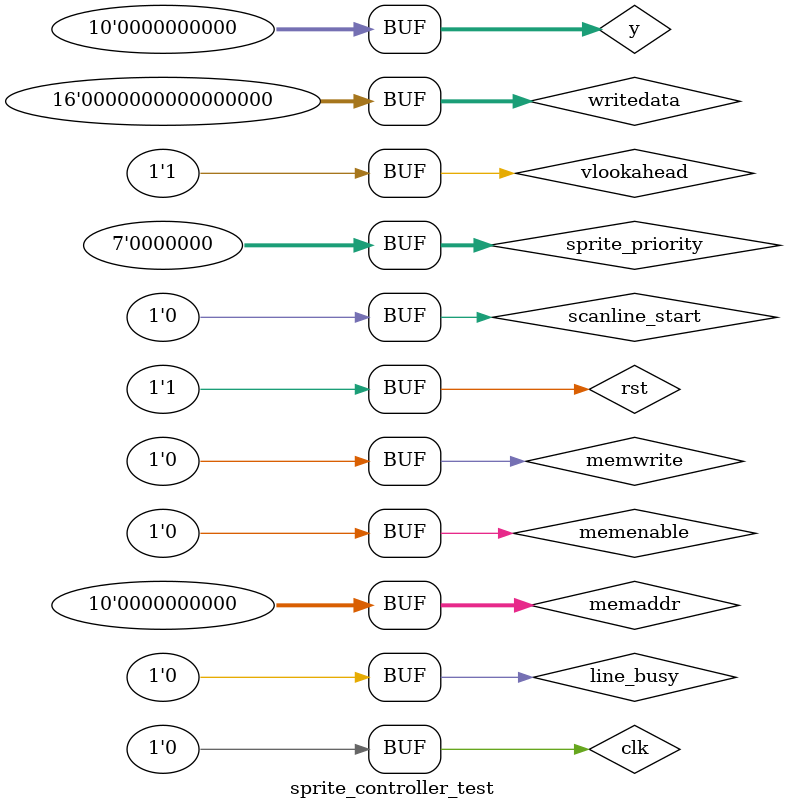
<source format=v>
`timescale 1ns / 1ps


module sprite_controller_test;

	// Inputs
	reg clk;
	reg rst;
	reg [6:0] sprite_priority;
	reg memenable;
	reg [9:0] memaddr;
	reg memwrite;
	reg [15:0] writedata;
	reg scanline_start;
	reg vlookahead;
	reg [9:0] y;
	reg line_busy;

	// Outputs
	wire [15:0] memdata;
	wire hFlip;
	wire line_load;
	wire [1:0] line_z;
	wire [3:0] line_palette;
	wire [9:0] line_addr;
	wire tile_table;
	wire [3:0] tile_x;
	wire [3:0] tile_y_total;
	wire [2:0] tile_y_offset;
	wire [2:0] sizeX;
	wire [2:0] first;
	wire [2:0] last;

	// Instantiate the Unit Under Test (UUT)
	sprite_controller uut (
		.clk(clk), 
		.rst(rst), 
		.sprite_priority(sprite_priority), 
		.memenable(memenable), 
		.memaddr(memaddr), 
		.memwrite(memwrite), 
		.writedata(writedata), 
		.memdata(memdata), 
		.scanline_start(scanline_start), 
		.vlookahead(vlookahead), 
		.y(y), 
		.hFlip(hFlip), 
		.line_load(line_load), 
		.line_z(line_z), 
		.line_palette(line_palette), 
		.line_addr(line_addr), 
		.tile_table(tile_table), 
		.tile_x(tile_x), 
		.tile_y_total(tile_y_total), 
		.tile_y_offset(tile_y_offset), 
		.sizeX(sizeX), 
		.first(first), 
		.last(last), 
		.line_busy(line_busy)
	);

	initial begin
		// Initialize Inputs
		clk = 0;
		rst = 0;
		sprite_priority = 0;
		memenable = 0;
		memaddr = 0;
		memwrite = 0;
		writedata = 0;
		scanline_start = 0;
		vlookahead = 1;
		y = 0;
		line_busy = 0;

		// Wait 100 ns for global reset to finish
		#100;
      rst = 1;
		// Add stimulus here

	end

	always begin
		#5 clk = 1; #5 clk = 0;
	end
      
endmodule


</source>
